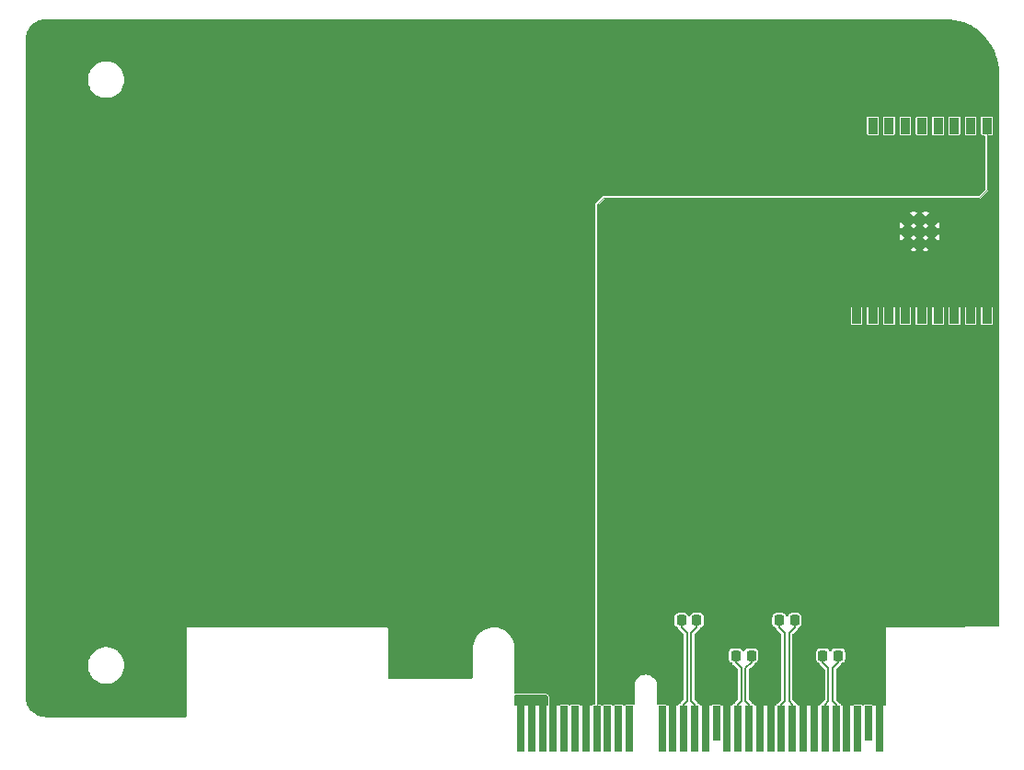
<source format=gbr>
G04 #@! TF.GenerationSoftware,KiCad,Pcbnew,8.0.4*
G04 #@! TF.CreationDate,2024-08-17T23:21:43-04:00*
G04 #@! TF.ProjectId,PCIexpress_x4_low,50434965-7870-4726-9573-735f78345f6c,rev?*
G04 #@! TF.SameCoordinates,Original*
G04 #@! TF.FileFunction,Copper,L1,Top*
G04 #@! TF.FilePolarity,Positive*
%FSLAX46Y46*%
G04 Gerber Fmt 4.6, Leading zero omitted, Abs format (unit mm)*
G04 Created by KiCad (PCBNEW 8.0.4) date 2024-08-17 23:21:43*
%MOMM*%
%LPD*%
G01*
G04 APERTURE LIST*
G04 Aperture macros list*
%AMRoundRect*
0 Rectangle with rounded corners*
0 $1 Rounding radius*
0 $2 $3 $4 $5 $6 $7 $8 $9 X,Y pos of 4 corners*
0 Add a 4 corners polygon primitive as box body*
4,1,4,$2,$3,$4,$5,$6,$7,$8,$9,$2,$3,0*
0 Add four circle primitives for the rounded corners*
1,1,$1+$1,$2,$3*
1,1,$1+$1,$4,$5*
1,1,$1+$1,$6,$7*
1,1,$1+$1,$8,$9*
0 Add four rect primitives between the rounded corners*
20,1,$1+$1,$2,$3,$4,$5,0*
20,1,$1+$1,$4,$5,$6,$7,0*
20,1,$1+$1,$6,$7,$8,$9,0*
20,1,$1+$1,$8,$9,$2,$3,0*%
G04 Aperture macros list end*
G04 #@! TA.AperFunction,ComponentPad*
%ADD10C,0.400000*%
G04 #@! TD*
G04 #@! TA.AperFunction,SMDPad,CuDef*
%ADD11R,0.700000X0.700000*%
G04 #@! TD*
G04 #@! TA.AperFunction,SMDPad,CuDef*
%ADD12R,0.900000X1.500000*%
G04 #@! TD*
G04 #@! TA.AperFunction,SMDPad,CuDef*
%ADD13RoundRect,0.218750X-0.218750X-0.256250X0.218750X-0.256250X0.218750X0.256250X-0.218750X0.256250X0*%
G04 #@! TD*
G04 #@! TA.AperFunction,SMDPad,CuDef*
%ADD14RoundRect,0.218750X0.218750X0.256250X-0.218750X0.256250X-0.218750X-0.256250X0.218750X-0.256250X0*%
G04 #@! TD*
G04 #@! TA.AperFunction,ConnectorPad*
%ADD15R,0.700000X4.200000*%
G04 #@! TD*
G04 #@! TA.AperFunction,ConnectorPad*
%ADD16R,0.700000X3.200000*%
G04 #@! TD*
G04 #@! TA.AperFunction,ViaPad*
%ADD17C,0.550000*%
G04 #@! TD*
G04 #@! TA.AperFunction,Conductor*
%ADD18C,0.088900*%
G04 #@! TD*
G04 #@! TA.AperFunction,Conductor*
%ADD19C,0.700000*%
G04 #@! TD*
G04 #@! TA.AperFunction,Conductor*
%ADD20C,0.200000*%
G04 #@! TD*
G04 APERTURE END LIST*
D10*
X145725000Y-145385000D03*
X145725000Y-144285000D03*
X146275000Y-145935000D03*
X146275000Y-144835000D03*
X146275000Y-143735000D03*
X146825000Y-145385000D03*
X146825000Y-144285000D03*
X147375000Y-145935000D03*
X147375000Y-144835000D03*
X147375000Y-143735000D03*
X147925000Y-145385000D03*
X147925000Y-144285000D03*
D11*
X145725000Y-145935000D03*
X145725000Y-144835000D03*
X145725000Y-143735000D03*
X146825000Y-145935000D03*
X146825000Y-144835000D03*
X146825000Y-143735000D03*
X147925000Y-145935000D03*
X147925000Y-144835000D03*
X147925000Y-143735000D03*
D12*
X153025000Y-152625000D03*
X151525000Y-152625000D03*
X150025000Y-152625000D03*
X148525000Y-152625000D03*
X147025000Y-152625000D03*
X145525000Y-152625000D03*
X144025000Y-152625000D03*
X142525000Y-152625000D03*
X141025000Y-152625000D03*
X141025000Y-135125000D03*
X142525000Y-135125000D03*
X144025000Y-135125000D03*
X145525000Y-135125000D03*
X147025000Y-135125000D03*
X148525000Y-135125000D03*
X150025000Y-135125000D03*
X151525000Y-135125000D03*
X153025000Y-135125000D03*
D13*
X126337500Y-180625000D03*
X127912500Y-180625000D03*
D14*
X124912500Y-180625000D03*
X123337500Y-180625000D03*
D13*
X135337500Y-180625000D03*
X136912500Y-180625000D03*
D14*
X133912500Y-180625000D03*
X132337500Y-180625000D03*
D13*
X139337500Y-183875000D03*
X140912500Y-183875000D03*
D14*
X137912500Y-183875000D03*
X136337500Y-183875000D03*
X129912500Y-183875000D03*
X128337500Y-183875000D03*
D13*
X131337500Y-183875000D03*
X132912500Y-183875000D03*
D15*
X110125000Y-190625000D03*
X111125000Y-190625000D03*
X112125000Y-190625000D03*
X113125000Y-190625000D03*
X114125000Y-190625000D03*
X115125000Y-190625000D03*
X116125000Y-190625000D03*
X117125000Y-190625000D03*
X118125000Y-190625000D03*
X119125000Y-190625000D03*
X120125000Y-190625000D03*
X123125000Y-190625000D03*
X124125000Y-190625000D03*
X125125000Y-190625000D03*
X126125000Y-190625000D03*
X127125000Y-190625000D03*
D16*
X128125000Y-190125000D03*
D15*
X129125000Y-190625000D03*
X130125000Y-190625000D03*
X131125000Y-190625000D03*
X132125000Y-190625000D03*
X133125000Y-190625000D03*
X134125000Y-190625000D03*
X135125000Y-190625000D03*
X136125000Y-190625000D03*
X137125000Y-190625000D03*
X138125000Y-190625000D03*
X139125000Y-190625000D03*
X140125000Y-190625000D03*
X141125000Y-190625000D03*
D16*
X142125000Y-190125000D03*
D15*
X143125000Y-190625000D03*
D17*
X124125000Y-185500000D03*
X143125000Y-185500000D03*
X135625000Y-185500000D03*
X139625000Y-185500000D03*
X133625000Y-185500000D03*
X129125000Y-185500000D03*
X126625000Y-185500000D03*
X131625000Y-185500000D03*
X137625000Y-185500000D03*
X131625000Y-186500000D03*
X143125000Y-186500000D03*
X135625000Y-186500000D03*
X133625000Y-187500000D03*
X133625000Y-186500000D03*
X129125000Y-187500000D03*
X113125000Y-188000000D03*
X137625000Y-186500000D03*
X126625000Y-186500000D03*
X131625000Y-187500000D03*
X124125000Y-187500000D03*
X124125000Y-186500000D03*
X137625000Y-187500000D03*
X139625000Y-186500000D03*
X135625000Y-187500000D03*
X126625000Y-187500000D03*
X129125000Y-186500000D03*
X139625000Y-187500000D03*
X143125000Y-187500000D03*
X111125000Y-188000000D03*
X112125000Y-188000000D03*
D18*
X117725000Y-141725000D02*
X152325000Y-141725000D01*
X117125000Y-190625000D02*
X117125000Y-142325000D01*
X117125000Y-142325000D02*
X117725000Y-141725000D01*
X152325000Y-141725000D02*
X153025000Y-141025000D01*
X153025000Y-141025000D02*
X153025000Y-135125000D01*
D19*
X113125000Y-188125000D02*
X113125000Y-188125000D01*
X113125000Y-190625000D02*
X113125000Y-188000000D01*
D18*
X111125000Y-190625000D02*
X111125000Y-188000000D01*
D20*
X139337500Y-184537500D02*
X139337500Y-183875000D01*
X139125000Y-188375000D02*
X138825000Y-188075000D01*
X138825000Y-188075000D02*
X138825000Y-185050000D01*
X139125000Y-190625000D02*
X139125000Y-188375000D01*
X138825000Y-185050000D02*
X139337500Y-184537500D01*
X138425000Y-185050000D02*
X137912500Y-184537500D01*
X138125000Y-188375000D02*
X138425000Y-188075000D01*
X138125000Y-190625000D02*
X138125000Y-188375000D01*
X137912500Y-184537500D02*
X137912500Y-183875000D01*
X138425000Y-188075000D02*
X138425000Y-185050000D01*
X134825000Y-181800000D02*
X134825000Y-188075000D01*
X135125000Y-188375000D02*
X135125000Y-190625000D01*
X135337500Y-181287500D02*
X134825000Y-181800000D01*
X135337500Y-180625000D02*
X135337500Y-181287500D01*
X134825000Y-188075000D02*
X135125000Y-188375000D01*
X133912500Y-181268750D02*
X134425000Y-181781250D01*
X134425000Y-181781250D02*
X134425000Y-188075000D01*
X134425000Y-188075000D02*
X134125000Y-188375000D01*
X133912500Y-180625000D02*
X133912500Y-181268750D01*
X134125000Y-188375000D02*
X134125000Y-190625000D01*
X130825000Y-185050000D02*
X131337500Y-184537500D01*
X131125000Y-188375000D02*
X130825000Y-188075000D01*
X130825000Y-188075000D02*
X130825000Y-185050000D01*
X131125000Y-190625000D02*
X131125000Y-188375000D01*
X131337500Y-184537500D02*
X131337500Y-183875000D01*
X130425000Y-188075000D02*
X130425000Y-185050000D01*
X130125000Y-188375000D02*
X130425000Y-188075000D01*
X129912500Y-184537500D02*
X129912500Y-183875000D01*
X130425000Y-185050000D02*
X129912500Y-184537500D01*
X130125000Y-190625000D02*
X130125000Y-188375000D01*
X125125000Y-188375000D02*
X125425000Y-188075000D01*
X125125000Y-190625000D02*
X125125000Y-188375000D01*
X125425000Y-181781250D02*
X124912500Y-181268750D01*
X125425000Y-188075000D02*
X125425000Y-181781250D01*
X124912500Y-181268750D02*
X124912500Y-180625000D01*
X126125000Y-188375000D02*
X125825000Y-188075000D01*
X126337500Y-181287500D02*
X126337500Y-180625000D01*
X125825000Y-188075000D02*
X125825000Y-181800000D01*
X126125000Y-190625000D02*
X126125000Y-188375000D01*
X125825000Y-181800000D02*
X126337500Y-181287500D01*
G04 #@! TA.AperFunction,Conductor*
G36*
X112568039Y-187519685D02*
G01*
X112613794Y-187572489D01*
X112625000Y-187624000D01*
X112625000Y-188402000D01*
X112605315Y-188469039D01*
X112552511Y-188514794D01*
X112501000Y-188526000D01*
X109674500Y-188526000D01*
X109607461Y-188506315D01*
X109561706Y-188453511D01*
X109550500Y-188402000D01*
X109550500Y-187624000D01*
X109570185Y-187556961D01*
X109622989Y-187511206D01*
X109674500Y-187500000D01*
X112501000Y-187500000D01*
X112568039Y-187519685D01*
G37*
G04 #@! TD.AperFunction*
G04 #@! TA.AperFunction,Conductor*
G36*
X149227702Y-125300618D02*
G01*
X149241221Y-125301208D01*
X149648810Y-125319003D01*
X149659547Y-125319943D01*
X150074771Y-125374608D01*
X150085397Y-125376481D01*
X150494286Y-125467130D01*
X150504698Y-125469919D01*
X150904132Y-125595861D01*
X150914267Y-125599550D01*
X151301191Y-125759819D01*
X151310982Y-125764385D01*
X151682442Y-125957755D01*
X151691810Y-125963163D01*
X152045014Y-126188179D01*
X152053875Y-126194384D01*
X152386115Y-126449320D01*
X152394402Y-126456274D01*
X152703155Y-126739195D01*
X152710804Y-126746844D01*
X152993725Y-127055597D01*
X153000679Y-127063884D01*
X153255615Y-127396124D01*
X153261820Y-127404985D01*
X153486836Y-127758189D01*
X153492244Y-127767557D01*
X153685611Y-128139010D01*
X153690183Y-128148814D01*
X153850443Y-128535717D01*
X153854142Y-128545880D01*
X153926553Y-128775538D01*
X153980074Y-128945282D01*
X153982874Y-128955732D01*
X154073515Y-129364589D01*
X154075393Y-129375242D01*
X154130054Y-129790432D01*
X154130997Y-129801208D01*
X154147661Y-130182891D01*
X154149382Y-130222297D01*
X154149500Y-130227706D01*
X154149500Y-134799138D01*
X154129815Y-134866177D01*
X154125000Y-134872152D01*
X154125000Y-152884825D01*
X154146666Y-152924504D01*
X154149500Y-152950862D01*
X154149500Y-181058550D01*
X154129815Y-181125589D01*
X154077011Y-181171344D01*
X154027850Y-181182528D01*
X147858775Y-181299478D01*
X147856425Y-181299500D01*
X143759982Y-181299500D01*
X143732231Y-181310995D01*
X143710995Y-181332231D01*
X143710994Y-181332232D01*
X143710994Y-181332233D01*
X143701139Y-181356025D01*
X143699500Y-181359982D01*
X143699500Y-188401000D01*
X143679815Y-188468039D01*
X143627011Y-188513794D01*
X143575500Y-188525000D01*
X142648799Y-188525000D01*
X142581760Y-188505315D01*
X142545698Y-188469893D01*
X142539452Y-188460545D01*
X142509882Y-188440787D01*
X142509877Y-188440786D01*
X142483803Y-188435600D01*
X142483802Y-188435600D01*
X141766198Y-188435600D01*
X141766189Y-188435601D01*
X141740119Y-188440786D01*
X141700393Y-188467332D01*
X141699310Y-188465712D01*
X141651358Y-188491897D01*
X141581666Y-188486913D01*
X141550085Y-188466616D01*
X141549608Y-188467332D01*
X141509882Y-188440787D01*
X141509877Y-188440786D01*
X141483803Y-188435600D01*
X141483802Y-188435600D01*
X140766198Y-188435600D01*
X140766189Y-188435601D01*
X140740119Y-188440786D01*
X140710547Y-188460546D01*
X140704302Y-188469893D01*
X140650689Y-188514697D01*
X140601201Y-188525000D01*
X139779126Y-188525000D01*
X139712087Y-188505315D01*
X139666332Y-188452511D01*
X139664566Y-188448456D01*
X139663867Y-188446768D01*
X139619552Y-188380447D01*
X139553230Y-188336132D01*
X139491198Y-188323793D01*
X139429287Y-188291408D01*
X139408003Y-188264175D01*
X139365464Y-188190495D01*
X139365458Y-188190487D01*
X139161819Y-187986848D01*
X139128334Y-187925525D01*
X139125500Y-187899167D01*
X139125500Y-185225833D01*
X139145185Y-185158794D01*
X139161819Y-185138152D01*
X139286487Y-185013484D01*
X139577960Y-184722011D01*
X139617521Y-184653489D01*
X139628965Y-184610778D01*
X139665329Y-184551121D01*
X139692437Y-184532394D01*
X139805751Y-184474658D01*
X139899658Y-184380751D01*
X139959951Y-184262420D01*
X139959951Y-184262418D01*
X139959952Y-184262417D01*
X139975500Y-184164251D01*
X139975500Y-183585748D01*
X139959952Y-183487582D01*
X139939515Y-183447473D01*
X139899658Y-183369249D01*
X139899654Y-183369245D01*
X139899653Y-183369243D01*
X139805756Y-183275346D01*
X139805753Y-183275344D01*
X139805751Y-183275342D01*
X139687420Y-183215049D01*
X139687419Y-183215048D01*
X139687416Y-183215047D01*
X139687417Y-183215047D01*
X139589251Y-183199500D01*
X139589246Y-183199500D01*
X139085754Y-183199500D01*
X139085749Y-183199500D01*
X138987582Y-183215047D01*
X138918004Y-183250500D01*
X138869249Y-183275342D01*
X138869248Y-183275343D01*
X138869243Y-183275346D01*
X138775346Y-183369243D01*
X138775343Y-183369248D01*
X138775342Y-183369249D01*
X138735485Y-183447473D01*
X138687510Y-183498269D01*
X138619689Y-183515064D01*
X138553554Y-183492526D01*
X138514515Y-183447473D01*
X138474658Y-183369249D01*
X138474654Y-183369245D01*
X138474653Y-183369243D01*
X138380756Y-183275346D01*
X138380753Y-183275344D01*
X138380751Y-183275342D01*
X138262420Y-183215049D01*
X138262419Y-183215048D01*
X138262416Y-183215047D01*
X138262417Y-183215047D01*
X138164251Y-183199500D01*
X138164246Y-183199500D01*
X137660754Y-183199500D01*
X137660749Y-183199500D01*
X137562582Y-183215047D01*
X137493004Y-183250500D01*
X137444249Y-183275342D01*
X137444248Y-183275343D01*
X137444243Y-183275346D01*
X137350346Y-183369243D01*
X137350343Y-183369248D01*
X137290047Y-183487582D01*
X137274500Y-183585748D01*
X137274500Y-184164251D01*
X137290047Y-184262417D01*
X137298886Y-184279764D01*
X137350342Y-184380751D01*
X137350344Y-184380753D01*
X137350346Y-184380756D01*
X137444243Y-184474653D01*
X137444245Y-184474654D01*
X137444249Y-184474658D01*
X137557556Y-184532391D01*
X137608351Y-184580365D01*
X137621034Y-184610779D01*
X137632478Y-184653486D01*
X137632482Y-184653495D01*
X137672035Y-184722004D01*
X137672041Y-184722012D01*
X138088181Y-185138152D01*
X138121666Y-185199475D01*
X138124500Y-185225833D01*
X138124500Y-187899167D01*
X138104815Y-187966206D01*
X138088181Y-187986848D01*
X137884541Y-188190487D01*
X137884537Y-188190492D01*
X137841996Y-188264176D01*
X137791429Y-188312392D01*
X137758801Y-188323793D01*
X137696770Y-188336132D01*
X137696769Y-188336132D01*
X137630447Y-188380447D01*
X137586132Y-188446768D01*
X137585434Y-188448456D01*
X137582926Y-188451567D01*
X137579348Y-188456923D01*
X137578868Y-188456602D01*
X137541591Y-188502858D01*
X137475296Y-188524921D01*
X137470874Y-188525000D01*
X135779126Y-188525000D01*
X135712087Y-188505315D01*
X135666332Y-188452511D01*
X135664566Y-188448456D01*
X135663867Y-188446768D01*
X135619552Y-188380447D01*
X135553230Y-188336132D01*
X135491198Y-188323793D01*
X135429287Y-188291408D01*
X135408003Y-188264175D01*
X135365464Y-188190495D01*
X135365458Y-188190487D01*
X135161819Y-187986848D01*
X135128334Y-187925525D01*
X135125500Y-187899167D01*
X135125500Y-181975833D01*
X135145185Y-181908794D01*
X135161819Y-181888152D01*
X135327655Y-181722316D01*
X135577960Y-181472011D01*
X135578622Y-181470863D01*
X135597015Y-181439008D01*
X135597015Y-181439006D01*
X135609277Y-181417767D01*
X135617521Y-181403489D01*
X135628964Y-181360780D01*
X135665329Y-181301121D01*
X135692437Y-181282394D01*
X135805751Y-181224658D01*
X135899658Y-181130751D01*
X135959951Y-181012420D01*
X135959951Y-181012418D01*
X135959952Y-181012417D01*
X135975500Y-180914251D01*
X135975500Y-180335748D01*
X135959952Y-180237582D01*
X135939515Y-180197473D01*
X135899658Y-180119249D01*
X135899654Y-180119245D01*
X135899653Y-180119243D01*
X135805756Y-180025346D01*
X135805753Y-180025344D01*
X135805751Y-180025342D01*
X135687420Y-179965049D01*
X135687419Y-179965048D01*
X135687416Y-179965047D01*
X135687417Y-179965047D01*
X135589251Y-179949500D01*
X135589246Y-179949500D01*
X135085754Y-179949500D01*
X135085749Y-179949500D01*
X134987582Y-179965047D01*
X134908692Y-180005244D01*
X134869249Y-180025342D01*
X134869248Y-180025343D01*
X134869243Y-180025346D01*
X134775346Y-180119243D01*
X134775343Y-180119248D01*
X134735485Y-180197473D01*
X134687510Y-180248269D01*
X134619689Y-180265064D01*
X134553554Y-180242526D01*
X134514515Y-180197473D01*
X134474658Y-180119249D01*
X134474654Y-180119245D01*
X134474653Y-180119243D01*
X134380756Y-180025346D01*
X134380753Y-180025344D01*
X134380751Y-180025342D01*
X134262420Y-179965049D01*
X134262419Y-179965048D01*
X134262416Y-179965047D01*
X134262417Y-179965047D01*
X134164251Y-179949500D01*
X134164246Y-179949500D01*
X133660754Y-179949500D01*
X133660749Y-179949500D01*
X133562582Y-179965047D01*
X133483692Y-180005244D01*
X133444249Y-180025342D01*
X133444248Y-180025343D01*
X133444243Y-180025346D01*
X133350346Y-180119243D01*
X133350343Y-180119248D01*
X133290047Y-180237582D01*
X133274500Y-180335748D01*
X133274500Y-180914251D01*
X133290047Y-181012417D01*
X133290049Y-181012420D01*
X133350342Y-181130751D01*
X133350344Y-181130753D01*
X133350346Y-181130756D01*
X133444243Y-181224653D01*
X133444246Y-181224655D01*
X133444249Y-181224658D01*
X133562580Y-181284951D01*
X133562582Y-181284951D01*
X133563373Y-181285354D01*
X133614170Y-181333328D01*
X133626852Y-181363741D01*
X133632479Y-181384739D01*
X133651548Y-181417767D01*
X133651548Y-181417769D01*
X133672035Y-181453254D01*
X133672041Y-181453262D01*
X134088181Y-181869402D01*
X134121666Y-181930725D01*
X134124500Y-181957083D01*
X134124500Y-187899167D01*
X134104815Y-187966206D01*
X134088181Y-187986848D01*
X133884541Y-188190487D01*
X133884537Y-188190492D01*
X133841996Y-188264176D01*
X133791429Y-188312392D01*
X133758801Y-188323793D01*
X133696770Y-188336132D01*
X133696769Y-188336132D01*
X133630447Y-188380447D01*
X133586132Y-188446768D01*
X133585434Y-188448456D01*
X133582926Y-188451567D01*
X133579348Y-188456923D01*
X133578868Y-188456602D01*
X133541591Y-188502858D01*
X133475296Y-188524921D01*
X133470874Y-188525000D01*
X131779126Y-188525000D01*
X131712087Y-188505315D01*
X131666332Y-188452511D01*
X131664566Y-188448456D01*
X131663867Y-188446768D01*
X131619552Y-188380447D01*
X131553230Y-188336132D01*
X131491198Y-188323793D01*
X131429287Y-188291408D01*
X131408003Y-188264175D01*
X131365464Y-188190495D01*
X131365458Y-188190487D01*
X131161819Y-187986848D01*
X131128334Y-187925525D01*
X131125500Y-187899167D01*
X131125500Y-185225833D01*
X131145185Y-185158794D01*
X131161819Y-185138152D01*
X131286487Y-185013484D01*
X131577960Y-184722011D01*
X131617521Y-184653489D01*
X131628965Y-184610778D01*
X131665329Y-184551121D01*
X131692437Y-184532394D01*
X131805751Y-184474658D01*
X131899658Y-184380751D01*
X131959951Y-184262420D01*
X131959951Y-184262418D01*
X131959952Y-184262417D01*
X131975500Y-184164251D01*
X131975500Y-183585748D01*
X131959952Y-183487582D01*
X131939515Y-183447473D01*
X131899658Y-183369249D01*
X131899654Y-183369245D01*
X131899653Y-183369243D01*
X131805756Y-183275346D01*
X131805753Y-183275344D01*
X131805751Y-183275342D01*
X131687420Y-183215049D01*
X131687419Y-183215048D01*
X131687416Y-183215047D01*
X131687417Y-183215047D01*
X131589251Y-183199500D01*
X131589246Y-183199500D01*
X131085754Y-183199500D01*
X131085749Y-183199500D01*
X130987582Y-183215047D01*
X130918004Y-183250500D01*
X130869249Y-183275342D01*
X130869248Y-183275343D01*
X130869243Y-183275346D01*
X130775346Y-183369243D01*
X130775343Y-183369248D01*
X130775342Y-183369249D01*
X130735485Y-183447473D01*
X130687510Y-183498269D01*
X130619689Y-183515064D01*
X130553554Y-183492526D01*
X130514515Y-183447473D01*
X130474658Y-183369249D01*
X130474654Y-183369245D01*
X130474653Y-183369243D01*
X130380756Y-183275346D01*
X130380753Y-183275344D01*
X130380751Y-183275342D01*
X130262420Y-183215049D01*
X130262419Y-183215048D01*
X130262416Y-183215047D01*
X130262417Y-183215047D01*
X130164251Y-183199500D01*
X130164246Y-183199500D01*
X129660754Y-183199500D01*
X129660749Y-183199500D01*
X129562582Y-183215047D01*
X129493004Y-183250500D01*
X129444249Y-183275342D01*
X129444248Y-183275343D01*
X129444243Y-183275346D01*
X129350346Y-183369243D01*
X129350343Y-183369248D01*
X129290047Y-183487582D01*
X129274500Y-183585748D01*
X129274500Y-184164251D01*
X129290047Y-184262417D01*
X129298886Y-184279764D01*
X129350342Y-184380751D01*
X129350344Y-184380753D01*
X129350346Y-184380756D01*
X129444243Y-184474653D01*
X129444245Y-184474654D01*
X129444249Y-184474658D01*
X129557556Y-184532391D01*
X129608351Y-184580365D01*
X129621034Y-184610779D01*
X129632478Y-184653486D01*
X129632482Y-184653495D01*
X129672035Y-184722004D01*
X129672041Y-184722012D01*
X130088181Y-185138152D01*
X130121666Y-185199475D01*
X130124500Y-185225833D01*
X130124500Y-187899167D01*
X130104815Y-187966206D01*
X130088181Y-187986848D01*
X129884541Y-188190487D01*
X129884537Y-188190492D01*
X129841996Y-188264176D01*
X129791429Y-188312392D01*
X129758801Y-188323793D01*
X129696770Y-188336132D01*
X129696769Y-188336132D01*
X129630447Y-188380447D01*
X129586132Y-188446768D01*
X129585434Y-188448456D01*
X129582926Y-188451567D01*
X129579348Y-188456923D01*
X129578868Y-188456602D01*
X129541591Y-188502858D01*
X129475296Y-188524921D01*
X129470874Y-188525000D01*
X128648799Y-188525000D01*
X128581760Y-188505315D01*
X128545698Y-188469893D01*
X128539452Y-188460545D01*
X128509882Y-188440787D01*
X128509877Y-188440786D01*
X128483803Y-188435600D01*
X128483802Y-188435600D01*
X127766198Y-188435600D01*
X127766189Y-188435601D01*
X127740119Y-188440786D01*
X127710547Y-188460546D01*
X127704302Y-188469893D01*
X127650689Y-188514697D01*
X127601201Y-188525000D01*
X126779126Y-188525000D01*
X126712087Y-188505315D01*
X126666332Y-188452511D01*
X126664566Y-188448456D01*
X126663867Y-188446768D01*
X126619552Y-188380447D01*
X126553230Y-188336132D01*
X126491198Y-188323793D01*
X126429287Y-188291408D01*
X126408003Y-188264175D01*
X126365464Y-188190495D01*
X126365458Y-188190487D01*
X126161819Y-187986848D01*
X126128334Y-187925525D01*
X126125500Y-187899167D01*
X126125500Y-181975833D01*
X126145185Y-181908794D01*
X126161819Y-181888152D01*
X126327655Y-181722316D01*
X126577960Y-181472011D01*
X126578622Y-181470863D01*
X126597015Y-181439008D01*
X126597015Y-181439006D01*
X126609277Y-181417767D01*
X126617521Y-181403489D01*
X126628964Y-181360780D01*
X126665329Y-181301121D01*
X126692437Y-181282394D01*
X126805751Y-181224658D01*
X126899658Y-181130751D01*
X126959951Y-181012420D01*
X126959951Y-181012418D01*
X126959952Y-181012417D01*
X126975500Y-180914251D01*
X126975500Y-180335748D01*
X126959952Y-180237582D01*
X126939515Y-180197473D01*
X126899658Y-180119249D01*
X126899654Y-180119245D01*
X126899653Y-180119243D01*
X126805756Y-180025346D01*
X126805753Y-180025344D01*
X126805751Y-180025342D01*
X126687420Y-179965049D01*
X126687419Y-179965048D01*
X126687416Y-179965047D01*
X126687417Y-179965047D01*
X126589251Y-179949500D01*
X126589246Y-179949500D01*
X126085754Y-179949500D01*
X126085749Y-179949500D01*
X125987582Y-179965047D01*
X125908692Y-180005244D01*
X125869249Y-180025342D01*
X125869248Y-180025343D01*
X125869243Y-180025346D01*
X125775346Y-180119243D01*
X125775343Y-180119248D01*
X125735485Y-180197473D01*
X125687510Y-180248269D01*
X125619689Y-180265064D01*
X125553554Y-180242526D01*
X125514515Y-180197473D01*
X125474658Y-180119249D01*
X125474654Y-180119245D01*
X125474653Y-180119243D01*
X125380756Y-180025346D01*
X125380753Y-180025344D01*
X125380751Y-180025342D01*
X125262420Y-179965049D01*
X125262419Y-179965048D01*
X125262416Y-179965047D01*
X125262417Y-179965047D01*
X125164251Y-179949500D01*
X125164246Y-179949500D01*
X124660754Y-179949500D01*
X124660749Y-179949500D01*
X124562582Y-179965047D01*
X124483692Y-180005244D01*
X124444249Y-180025342D01*
X124444248Y-180025343D01*
X124444243Y-180025346D01*
X124350346Y-180119243D01*
X124350343Y-180119248D01*
X124290047Y-180237582D01*
X124274500Y-180335748D01*
X124274500Y-180914251D01*
X124290047Y-181012417D01*
X124290049Y-181012420D01*
X124350342Y-181130751D01*
X124350344Y-181130753D01*
X124350346Y-181130756D01*
X124444243Y-181224653D01*
X124444246Y-181224655D01*
X124444249Y-181224658D01*
X124562580Y-181284951D01*
X124562582Y-181284951D01*
X124563373Y-181285354D01*
X124614170Y-181333328D01*
X124626852Y-181363741D01*
X124632479Y-181384739D01*
X124651548Y-181417767D01*
X124651548Y-181417769D01*
X124672035Y-181453254D01*
X124672041Y-181453262D01*
X125088181Y-181869402D01*
X125121666Y-181930725D01*
X125124500Y-181957083D01*
X125124500Y-187899167D01*
X125104815Y-187966206D01*
X125088181Y-187986848D01*
X124884541Y-188190487D01*
X124884537Y-188190492D01*
X124841996Y-188264176D01*
X124791429Y-188312392D01*
X124758801Y-188323793D01*
X124696770Y-188336132D01*
X124696769Y-188336132D01*
X124630447Y-188380447D01*
X124586132Y-188446768D01*
X124585434Y-188448456D01*
X124582926Y-188451567D01*
X124579348Y-188456923D01*
X124578868Y-188456602D01*
X124541591Y-188502858D01*
X124475296Y-188524921D01*
X124470874Y-188525000D01*
X123648799Y-188525000D01*
X123581760Y-188505315D01*
X123545698Y-188469893D01*
X123539452Y-188460545D01*
X123509882Y-188440787D01*
X123509877Y-188440786D01*
X123483803Y-188435600D01*
X123483802Y-188435600D01*
X122774500Y-188435600D01*
X122707461Y-188415915D01*
X122661706Y-188363111D01*
X122650500Y-188311600D01*
X122650500Y-186579975D01*
X122636371Y-186504394D01*
X122615577Y-186393156D01*
X122546922Y-186215937D01*
X122446872Y-186054351D01*
X122318834Y-185913900D01*
X122167169Y-185799367D01*
X122010767Y-185721488D01*
X121997041Y-185714653D01*
X121997042Y-185714653D01*
X121892142Y-185684807D01*
X121814242Y-185662643D01*
X121814239Y-185662642D01*
X121814241Y-185662642D01*
X121625001Y-185645107D01*
X121624999Y-185645107D01*
X121435760Y-185662642D01*
X121252957Y-185714653D01*
X121082830Y-185799367D01*
X120931164Y-185913901D01*
X120803129Y-186054349D01*
X120703077Y-186215938D01*
X120703075Y-186215942D01*
X120655383Y-186339052D01*
X120634423Y-186393156D01*
X120623704Y-186450500D01*
X120599500Y-186579975D01*
X120599500Y-188311600D01*
X120579815Y-188378639D01*
X120527011Y-188424394D01*
X120475500Y-188435600D01*
X119766198Y-188435600D01*
X119766189Y-188435601D01*
X119740119Y-188440786D01*
X119700393Y-188467332D01*
X119699310Y-188465712D01*
X119651358Y-188491897D01*
X119581666Y-188486913D01*
X119550085Y-188466616D01*
X119549608Y-188467332D01*
X119509882Y-188440787D01*
X119509877Y-188440786D01*
X119483803Y-188435600D01*
X119483802Y-188435600D01*
X118766198Y-188435600D01*
X118766189Y-188435601D01*
X118740119Y-188440786D01*
X118700393Y-188467332D01*
X118699310Y-188465712D01*
X118651358Y-188491897D01*
X118581666Y-188486913D01*
X118550085Y-188466616D01*
X118549608Y-188467332D01*
X118509882Y-188440787D01*
X118509877Y-188440786D01*
X118483803Y-188435600D01*
X118483802Y-188435600D01*
X117766198Y-188435600D01*
X117766189Y-188435601D01*
X117740119Y-188440786D01*
X117700393Y-188467332D01*
X117699310Y-188465712D01*
X117651358Y-188491897D01*
X117581666Y-188486913D01*
X117550085Y-188466616D01*
X117549608Y-188467332D01*
X117509882Y-188440787D01*
X117509877Y-188440786D01*
X117483803Y-188435600D01*
X117483802Y-188435600D01*
X117382850Y-188435600D01*
X117315811Y-188415915D01*
X117270056Y-188363111D01*
X117258850Y-188311600D01*
X117258850Y-151866198D01*
X140485600Y-151866198D01*
X140485600Y-153383801D01*
X140485601Y-153383810D01*
X140490786Y-153409880D01*
X140510547Y-153439454D01*
X140532750Y-153454289D01*
X140540118Y-153459213D01*
X140566197Y-153464400D01*
X141483802Y-153464399D01*
X141483803Y-153464398D01*
X141483810Y-153464398D01*
X141499391Y-153461299D01*
X141509882Y-153459213D01*
X141539453Y-153439453D01*
X141559213Y-153409882D01*
X141564400Y-153383803D01*
X141564399Y-151866198D01*
X141985600Y-151866198D01*
X141985600Y-153383801D01*
X141985601Y-153383810D01*
X141990786Y-153409880D01*
X142010547Y-153439454D01*
X142032750Y-153454289D01*
X142040118Y-153459213D01*
X142066197Y-153464400D01*
X142983802Y-153464399D01*
X142983803Y-153464398D01*
X142983810Y-153464398D01*
X142999391Y-153461299D01*
X143009882Y-153459213D01*
X143039453Y-153439453D01*
X143059213Y-153409882D01*
X143064400Y-153383803D01*
X143064399Y-151866198D01*
X143485600Y-151866198D01*
X143485600Y-153383801D01*
X143485601Y-153383810D01*
X143490786Y-153409880D01*
X143510547Y-153439454D01*
X143532750Y-153454289D01*
X143540118Y-153459213D01*
X143566197Y-153464400D01*
X144483802Y-153464399D01*
X144483803Y-153464398D01*
X144483810Y-153464398D01*
X144499391Y-153461299D01*
X144509882Y-153459213D01*
X144539453Y-153439453D01*
X144559213Y-153409882D01*
X144564400Y-153383803D01*
X144564399Y-151866198D01*
X144985600Y-151866198D01*
X144985600Y-153383801D01*
X144985601Y-153383810D01*
X144990786Y-153409880D01*
X145010547Y-153439454D01*
X145032750Y-153454289D01*
X145040118Y-153459213D01*
X145066197Y-153464400D01*
X145983802Y-153464399D01*
X145983803Y-153464398D01*
X145983810Y-153464398D01*
X145999391Y-153461299D01*
X146009882Y-153459213D01*
X146039453Y-153439453D01*
X146059213Y-153409882D01*
X146064400Y-153383803D01*
X146064399Y-151866198D01*
X146485600Y-151866198D01*
X146485600Y-153383801D01*
X146485601Y-153383810D01*
X146490786Y-153409880D01*
X146510547Y-153439454D01*
X146532750Y-153454289D01*
X146540118Y-153459213D01*
X146566197Y-153464400D01*
X147483802Y-153464399D01*
X147483803Y-153464398D01*
X147483810Y-153464398D01*
X147499391Y-153461299D01*
X147509882Y-153459213D01*
X147539453Y-153439453D01*
X147559213Y-153409882D01*
X147564400Y-153383803D01*
X147564399Y-151866198D01*
X147985600Y-151866198D01*
X147985600Y-153383801D01*
X147985601Y-153383810D01*
X147990786Y-153409880D01*
X148010547Y-153439454D01*
X148032750Y-153454289D01*
X148040118Y-153459213D01*
X148066197Y-153464400D01*
X148983802Y-153464399D01*
X148983803Y-153464398D01*
X148983810Y-153464398D01*
X148999391Y-153461299D01*
X149009882Y-153459213D01*
X149039453Y-153439453D01*
X149059213Y-153409882D01*
X149064400Y-153383803D01*
X149064399Y-151866198D01*
X149485600Y-151866198D01*
X149485600Y-153383801D01*
X149485601Y-153383810D01*
X149490786Y-153409880D01*
X149510547Y-153439454D01*
X149532750Y-153454289D01*
X149540118Y-153459213D01*
X149566197Y-153464400D01*
X150483802Y-153464399D01*
X150483803Y-153464398D01*
X150483810Y-153464398D01*
X150499391Y-153461299D01*
X150509882Y-153459213D01*
X150539453Y-153439453D01*
X150559213Y-153409882D01*
X150564400Y-153383803D01*
X150564399Y-151866198D01*
X150985600Y-151866198D01*
X150985600Y-153383801D01*
X150985601Y-153383810D01*
X150990786Y-153409880D01*
X151010547Y-153439454D01*
X151032750Y-153454289D01*
X151040118Y-153459213D01*
X151066197Y-153464400D01*
X151983802Y-153464399D01*
X151983803Y-153464398D01*
X151983810Y-153464398D01*
X151999391Y-153461299D01*
X152009882Y-153459213D01*
X152039453Y-153439453D01*
X152059213Y-153409882D01*
X152064400Y-153383803D01*
X152064399Y-151866198D01*
X152485600Y-151866198D01*
X152485600Y-153383801D01*
X152485601Y-153383810D01*
X152490786Y-153409880D01*
X152510547Y-153439454D01*
X152532750Y-153454289D01*
X152540118Y-153459213D01*
X152566197Y-153464400D01*
X153483802Y-153464399D01*
X153483803Y-153464398D01*
X153483810Y-153464398D01*
X153499391Y-153461299D01*
X153509882Y-153459213D01*
X153539453Y-153439453D01*
X153559213Y-153409882D01*
X153564400Y-153383803D01*
X153564399Y-151866198D01*
X153564399Y-151866197D01*
X153564398Y-151866189D01*
X153559213Y-151840119D01*
X153559213Y-151840118D01*
X153539453Y-151810547D01*
X153539452Y-151810545D01*
X153509882Y-151790787D01*
X153509877Y-151790786D01*
X153483803Y-151785600D01*
X153483801Y-151785600D01*
X152566198Y-151785600D01*
X152566189Y-151785601D01*
X152540119Y-151790786D01*
X152510545Y-151810547D01*
X152490787Y-151840117D01*
X152485600Y-151866198D01*
X152064399Y-151866198D01*
X152064399Y-151866197D01*
X152064398Y-151866189D01*
X152059213Y-151840119D01*
X152059213Y-151840118D01*
X152039453Y-151810547D01*
X152039452Y-151810545D01*
X152009882Y-151790787D01*
X152009877Y-151790786D01*
X151983803Y-151785600D01*
X151983801Y-151785600D01*
X151066198Y-151785600D01*
X151066189Y-151785601D01*
X151040119Y-151790786D01*
X151010545Y-151810547D01*
X150990787Y-151840117D01*
X150985600Y-151866198D01*
X150564399Y-151866198D01*
X150564399Y-151866197D01*
X150564398Y-151866189D01*
X150559213Y-151840119D01*
X150559213Y-151840118D01*
X150539453Y-151810547D01*
X150539452Y-151810545D01*
X150509882Y-151790787D01*
X150509877Y-151790786D01*
X150483803Y-151785600D01*
X150483801Y-151785600D01*
X149566198Y-151785600D01*
X149566189Y-151785601D01*
X149540119Y-151790786D01*
X149510545Y-151810547D01*
X149490787Y-151840117D01*
X149485600Y-151866198D01*
X149064399Y-151866198D01*
X149064399Y-151866197D01*
X149064398Y-151866189D01*
X149059213Y-151840119D01*
X149059213Y-151840118D01*
X149039453Y-151810547D01*
X149039452Y-151810545D01*
X149009882Y-151790787D01*
X149009877Y-151790786D01*
X148983803Y-151785600D01*
X148983801Y-151785600D01*
X148066198Y-151785600D01*
X148066189Y-151785601D01*
X148040119Y-151790786D01*
X148010545Y-151810547D01*
X147990787Y-151840117D01*
X147985600Y-151866198D01*
X147564399Y-151866198D01*
X147564399Y-151866197D01*
X147564398Y-151866189D01*
X147559213Y-151840119D01*
X147559213Y-151840118D01*
X147539453Y-151810547D01*
X147539452Y-151810545D01*
X147509882Y-151790787D01*
X147509877Y-151790786D01*
X147483803Y-151785600D01*
X147483801Y-151785600D01*
X146566198Y-151785600D01*
X146566189Y-151785601D01*
X146540119Y-151790786D01*
X146510545Y-151810547D01*
X146490787Y-151840117D01*
X146485600Y-151866198D01*
X146064399Y-151866198D01*
X146064399Y-151866197D01*
X146064398Y-151866189D01*
X146059213Y-151840119D01*
X146059213Y-151840118D01*
X146039453Y-151810547D01*
X146039452Y-151810545D01*
X146009882Y-151790787D01*
X146009877Y-151790786D01*
X145983803Y-151785600D01*
X145983801Y-151785600D01*
X145066198Y-151785600D01*
X145066189Y-151785601D01*
X145040119Y-151790786D01*
X145010545Y-151810547D01*
X144990787Y-151840117D01*
X144985600Y-151866198D01*
X144564399Y-151866198D01*
X144564399Y-151866197D01*
X144564398Y-151866189D01*
X144559213Y-151840119D01*
X144559213Y-151840118D01*
X144539453Y-151810547D01*
X144539452Y-151810545D01*
X144509882Y-151790787D01*
X144509877Y-151790786D01*
X144483803Y-151785600D01*
X144483801Y-151785600D01*
X143566198Y-151785600D01*
X143566189Y-151785601D01*
X143540119Y-151790786D01*
X143510545Y-151810547D01*
X143490787Y-151840117D01*
X143485600Y-151866198D01*
X143064399Y-151866198D01*
X143064399Y-151866197D01*
X143064398Y-151866189D01*
X143059213Y-151840119D01*
X143059213Y-151840118D01*
X143039453Y-151810547D01*
X143039452Y-151810545D01*
X143009882Y-151790787D01*
X143009877Y-151790786D01*
X142983803Y-151785600D01*
X142983801Y-151785600D01*
X142066198Y-151785600D01*
X142066189Y-151785601D01*
X142040119Y-151790786D01*
X142010545Y-151810547D01*
X141990787Y-151840117D01*
X141985600Y-151866198D01*
X141564399Y-151866198D01*
X141564399Y-151866197D01*
X141564398Y-151866189D01*
X141559213Y-151840119D01*
X141559213Y-151840118D01*
X141539453Y-151810547D01*
X141539452Y-151810545D01*
X141509882Y-151790787D01*
X141509877Y-151790786D01*
X141483803Y-151785600D01*
X141483801Y-151785600D01*
X140566198Y-151785600D01*
X140566189Y-151785601D01*
X140540119Y-151790786D01*
X140510545Y-151810547D01*
X140490787Y-151840117D01*
X140485600Y-151866198D01*
X117258850Y-151866198D01*
X117258850Y-146556726D01*
X145936114Y-146556726D01*
X145936114Y-146556727D01*
X146022094Y-146601853D01*
X146189033Y-146643000D01*
X146360967Y-146643000D01*
X146527903Y-146601854D01*
X146613884Y-146556726D01*
X147036114Y-146556726D01*
X147036114Y-146556727D01*
X147122094Y-146601853D01*
X147289033Y-146643000D01*
X147460967Y-146643000D01*
X147627903Y-146601854D01*
X147713884Y-146556726D01*
X147375001Y-146217843D01*
X147375000Y-146217843D01*
X147036114Y-146556726D01*
X146613884Y-146556726D01*
X146275001Y-146217843D01*
X146275000Y-146217843D01*
X145936114Y-146556726D01*
X117258850Y-146556726D01*
X117258850Y-146006726D01*
X145386114Y-146006726D01*
X145386114Y-146006727D01*
X145472095Y-146051854D01*
X145508201Y-146060753D01*
X145568582Y-146095909D01*
X145594469Y-146137178D01*
X145643493Y-146266440D01*
X145650526Y-146276629D01*
X145992157Y-145935000D01*
X145992157Y-145934999D01*
X145962321Y-145905163D01*
X146125000Y-145905163D01*
X146125000Y-145964837D01*
X146147836Y-146019968D01*
X146190032Y-146062164D01*
X146245163Y-146085000D01*
X146304837Y-146085000D01*
X146359968Y-146062164D01*
X146402164Y-146019968D01*
X146425000Y-145964837D01*
X146425000Y-145935000D01*
X146557843Y-145935000D01*
X146825000Y-146202157D01*
X147092157Y-145935000D01*
X147062320Y-145905163D01*
X147225000Y-145905163D01*
X147225000Y-145964837D01*
X147247836Y-146019968D01*
X147290032Y-146062164D01*
X147345163Y-146085000D01*
X147404837Y-146085000D01*
X147459968Y-146062164D01*
X147502164Y-146019968D01*
X147525000Y-145964837D01*
X147525000Y-145935000D01*
X147657843Y-145935000D01*
X147999472Y-146276629D01*
X147999474Y-146276629D01*
X148006504Y-146266445D01*
X148055529Y-146137179D01*
X148097707Y-146081476D01*
X148141798Y-146060753D01*
X148177902Y-146051854D01*
X148263884Y-146006726D01*
X147925000Y-145667843D01*
X147657843Y-145935000D01*
X147525000Y-145935000D01*
X147525000Y-145905163D01*
X147502164Y-145850032D01*
X147459968Y-145807836D01*
X147404837Y-145785000D01*
X147345163Y-145785000D01*
X147290032Y-145807836D01*
X147247836Y-145850032D01*
X147225000Y-145905163D01*
X147062320Y-145905163D01*
X146825000Y-145667843D01*
X146557843Y-145935000D01*
X146425000Y-145935000D01*
X146425000Y-145905163D01*
X146402164Y-145850032D01*
X146359968Y-145807836D01*
X146304837Y-145785000D01*
X146245163Y-145785000D01*
X146190032Y-145807836D01*
X146147836Y-145850032D01*
X146125000Y-145905163D01*
X145962321Y-145905163D01*
X145725001Y-145667843D01*
X145725000Y-145667843D01*
X145386114Y-146006726D01*
X117258850Y-146006726D01*
X117258850Y-145384999D01*
X145011800Y-145384999D01*
X145011800Y-145385000D01*
X145032523Y-145555679D01*
X145093493Y-145716440D01*
X145100526Y-145726629D01*
X145442157Y-145385000D01*
X145412320Y-145355163D01*
X145575000Y-145355163D01*
X145575000Y-145414837D01*
X145597836Y-145469968D01*
X145640032Y-145512164D01*
X145695163Y-145535000D01*
X145754837Y-145535000D01*
X145809968Y-145512164D01*
X145852164Y-145469968D01*
X145875000Y-145414837D01*
X145875000Y-145385000D01*
X146007843Y-145385000D01*
X146275000Y-145652157D01*
X146542157Y-145385000D01*
X146512320Y-145355163D01*
X146675000Y-145355163D01*
X146675000Y-145414837D01*
X146697836Y-145469968D01*
X146740032Y-145512164D01*
X146795163Y-145535000D01*
X146854837Y-145535000D01*
X146909968Y-145512164D01*
X146952164Y-145469968D01*
X146975000Y-145414837D01*
X146975000Y-145385000D01*
X147107843Y-145385000D01*
X147375000Y-145652157D01*
X147642157Y-145385000D01*
X147612320Y-145355163D01*
X147775000Y-145355163D01*
X147775000Y-145414837D01*
X147797836Y-145469968D01*
X147840032Y-145512164D01*
X147895163Y-145535000D01*
X147954837Y-145535000D01*
X148009968Y-145512164D01*
X148052164Y-145469968D01*
X148075000Y-145414837D01*
X148075000Y-145384999D01*
X148207843Y-145384999D01*
X148207843Y-145385000D01*
X148549472Y-145726629D01*
X148549474Y-145726629D01*
X148556504Y-145716446D01*
X148617476Y-145555679D01*
X148638200Y-145385000D01*
X148638200Y-145384999D01*
X148617475Y-145214319D01*
X148556507Y-145053558D01*
X148549473Y-145043369D01*
X148207843Y-145384999D01*
X148075000Y-145384999D01*
X148075000Y-145355163D01*
X148052164Y-145300032D01*
X148009968Y-145257836D01*
X147954837Y-145235000D01*
X147895163Y-145235000D01*
X147840032Y-145257836D01*
X147797836Y-145300032D01*
X147775000Y-145355163D01*
X147612320Y-145355163D01*
X147375000Y-145117843D01*
X147107843Y-145385000D01*
X146975000Y-145385000D01*
X146975000Y-145355163D01*
X146952164Y-145300032D01*
X146909968Y-145257836D01*
X146854837Y-145235000D01*
X146795163Y-145235000D01*
X146740032Y-145257836D01*
X146697836Y-145300032D01*
X146675000Y-145355163D01*
X146512320Y-145355163D01*
X146275000Y-145117843D01*
X146007843Y-145385000D01*
X145875000Y-145385000D01*
X145875000Y-145355163D01*
X145852164Y-145300032D01*
X145809968Y-145257836D01*
X145754837Y-145235000D01*
X145695163Y-145235000D01*
X145640032Y-145257836D01*
X145597836Y-145300032D01*
X145575000Y-145355163D01*
X145412320Y-145355163D01*
X145100525Y-145043368D01*
X145093492Y-145053559D01*
X145032524Y-145214319D01*
X145011800Y-145384999D01*
X117258850Y-145384999D01*
X117258850Y-144835000D01*
X145457843Y-144835000D01*
X145725000Y-145102157D01*
X145992157Y-144835000D01*
X145962320Y-144805163D01*
X146125000Y-144805163D01*
X146125000Y-144864837D01*
X146147836Y-144919968D01*
X146190032Y-144962164D01*
X146245163Y-144985000D01*
X146304837Y-144985000D01*
X146359968Y-144962164D01*
X146402164Y-144919968D01*
X146425000Y-144864837D01*
X146425000Y-144835000D01*
X146557843Y-144835000D01*
X146825000Y-145102157D01*
X147092157Y-144835000D01*
X147062320Y-144805163D01*
X147225000Y-144805163D01*
X147225000Y-144864837D01*
X147247836Y-144919968D01*
X147290032Y-144962164D01*
X147345163Y-144985000D01*
X147404837Y-144985000D01*
X147459968Y-144962164D01*
X147502164Y-144919968D01*
X147525000Y-144864837D01*
X147525000Y-144835000D01*
X147657843Y-144835000D01*
X147925000Y-145102157D01*
X148192157Y-144835000D01*
X147925000Y-144567843D01*
X147657843Y-144835000D01*
X147525000Y-144835000D01*
X147525000Y-144805163D01*
X147502164Y-144750032D01*
X147459968Y-144707836D01*
X147404837Y-144685000D01*
X147345163Y-144685000D01*
X147290032Y-144707836D01*
X147247836Y-144750032D01*
X147225000Y-144805163D01*
X147062320Y-144805163D01*
X146825000Y-144567843D01*
X146557843Y-144835000D01*
X146425000Y-144835000D01*
X146425000Y-144805163D01*
X146402164Y-144750032D01*
X146359968Y-144707836D01*
X146304837Y-144685000D01*
X146245163Y-144685000D01*
X146190032Y-144707836D01*
X146147836Y-144750032D01*
X146125000Y-144805163D01*
X145962320Y-144805163D01*
X145725000Y-144567843D01*
X145457843Y-144835000D01*
X117258850Y-144835000D01*
X117258850Y-144284999D01*
X145011800Y-144284999D01*
X145011800Y-144285000D01*
X145032523Y-144455679D01*
X145093493Y-144616440D01*
X145100526Y-144626629D01*
X145442157Y-144285000D01*
X145412320Y-144255163D01*
X145575000Y-144255163D01*
X145575000Y-144314837D01*
X145597836Y-144369968D01*
X145640032Y-144412164D01*
X145695163Y-144435000D01*
X145754837Y-144435000D01*
X145809968Y-144412164D01*
X145852164Y-144369968D01*
X145875000Y-144314837D01*
X145875000Y-144285000D01*
X146007843Y-144285000D01*
X146275000Y-144552157D01*
X146542157Y-144285000D01*
X146512320Y-144255163D01*
X146675000Y-144255163D01*
X146675000Y-144314837D01*
X146697836Y-144369968D01*
X146740032Y-144412164D01*
X146795163Y-144435000D01*
X146854837Y-144435000D01*
X146909968Y-144412164D01*
X146952164Y-144369968D01*
X146975000Y-144314837D01*
X146975000Y-144285000D01*
X147107843Y-144285000D01*
X147375000Y-144552157D01*
X147642157Y-144285000D01*
X147612320Y-144255163D01*
X147775000Y-144255163D01*
X147775000Y-144314837D01*
X147797836Y-144369968D01*
X147840032Y-144412164D01*
X147895163Y-144435000D01*
X147954837Y-144435000D01*
X148009968Y-144412164D01*
X148052164Y-144369968D01*
X148075000Y-144314837D01*
X148075000Y-144284999D01*
X148207843Y-144284999D01*
X148207843Y-144285000D01*
X148549472Y-144626629D01*
X148549474Y-144626629D01*
X148556504Y-144616446D01*
X148617476Y-144455679D01*
X148638200Y-144285000D01*
X148638200Y-144284999D01*
X148617475Y-144114319D01*
X148556507Y-143953558D01*
X148549473Y-143943369D01*
X148207843Y-144284999D01*
X148075000Y-144284999D01*
X148075000Y-144255163D01*
X148052164Y-144200032D01*
X148009968Y-144157836D01*
X147954837Y-144135000D01*
X147895163Y-144135000D01*
X147840032Y-144157836D01*
X147797836Y-144200032D01*
X147775000Y-144255163D01*
X147612320Y-144255163D01*
X147375000Y-144017843D01*
X147107843Y-144285000D01*
X146975000Y-144285000D01*
X146975000Y-144255163D01*
X146952164Y-144200032D01*
X146909968Y-144157836D01*
X146854837Y-144135000D01*
X146795163Y-144135000D01*
X146740032Y-144157836D01*
X146697836Y-144200032D01*
X146675000Y-144255163D01*
X146512320Y-144255163D01*
X146275000Y-144017843D01*
X146007843Y-144285000D01*
X145875000Y-144285000D01*
X145875000Y-144255163D01*
X145852164Y-144200032D01*
X145809968Y-144157836D01*
X145754837Y-144135000D01*
X145695163Y-144135000D01*
X145640032Y-144157836D01*
X145597836Y-144200032D01*
X145575000Y-144255163D01*
X145412320Y-144255163D01*
X145100525Y-143943368D01*
X145093492Y-143953559D01*
X145032524Y-144114319D01*
X145011800Y-144284999D01*
X117258850Y-144284999D01*
X117258850Y-143663272D01*
X145386115Y-143663272D01*
X145725000Y-144002157D01*
X145992157Y-143735000D01*
X145962320Y-143705163D01*
X146125000Y-143705163D01*
X146125000Y-143764837D01*
X146147836Y-143819968D01*
X146190032Y-143862164D01*
X146245163Y-143885000D01*
X146304837Y-143885000D01*
X146359968Y-143862164D01*
X146402164Y-143819968D01*
X146425000Y-143764837D01*
X146425000Y-143735000D01*
X146557843Y-143735000D01*
X146825000Y-144002157D01*
X147092157Y-143735000D01*
X147062320Y-143705163D01*
X147225000Y-143705163D01*
X147225000Y-143764837D01*
X147247836Y-143819968D01*
X147290032Y-143862164D01*
X147345163Y-143885000D01*
X147404837Y-143885000D01*
X147459968Y-143862164D01*
X147502164Y-143819968D01*
X147525000Y-143764837D01*
X147525000Y-143734999D01*
X147657843Y-143734999D01*
X147657843Y-143735000D01*
X147925000Y-144002157D01*
X147925001Y-144002157D01*
X148263884Y-143663272D01*
X148177900Y-143618144D01*
X148141793Y-143609244D01*
X148081413Y-143574087D01*
X148055529Y-143532819D01*
X148006506Y-143403558D01*
X147999473Y-143393369D01*
X147657843Y-143734999D01*
X147525000Y-143734999D01*
X147525000Y-143705163D01*
X147502164Y-143650032D01*
X147459968Y-143607836D01*
X147404837Y-143585000D01*
X147345163Y-143585000D01*
X147290032Y-143607836D01*
X147247836Y-143650032D01*
X147225000Y-143705163D01*
X147062320Y-143705163D01*
X146825000Y-143467843D01*
X146557843Y-143735000D01*
X146425000Y-143735000D01*
X146425000Y-143705163D01*
X146402164Y-143650032D01*
X146359968Y-143607836D01*
X146304837Y-143585000D01*
X146245163Y-143585000D01*
X146190032Y-143607836D01*
X146147836Y-143650032D01*
X146125000Y-143705163D01*
X145962320Y-143705163D01*
X145650525Y-143393368D01*
X145643493Y-143403558D01*
X145594470Y-143532820D01*
X145552292Y-143588522D01*
X145508207Y-143609244D01*
X145472098Y-143618145D01*
X145386115Y-143663272D01*
X117258850Y-143663272D01*
X117258850Y-143113272D01*
X145936115Y-143113272D01*
X146275000Y-143452157D01*
X146275001Y-143452157D01*
X146613883Y-143113272D01*
X147036115Y-143113272D01*
X147375000Y-143452157D01*
X147375001Y-143452157D01*
X147713884Y-143113271D01*
X147627902Y-143068145D01*
X147460967Y-143027000D01*
X147289033Y-143027000D01*
X147122097Y-143068145D01*
X147036115Y-143113272D01*
X146613883Y-143113272D01*
X146613884Y-143113271D01*
X146527902Y-143068145D01*
X146360967Y-143027000D01*
X146189033Y-143027000D01*
X146022097Y-143068145D01*
X145936115Y-143113272D01*
X117258850Y-143113272D01*
X117258850Y-142431804D01*
X117278535Y-142364765D01*
X117295169Y-142344123D01*
X117744123Y-141895169D01*
X117805446Y-141861684D01*
X117831804Y-141858850D01*
X152351623Y-141858850D01*
X152351624Y-141858850D01*
X152400820Y-141838472D01*
X153138472Y-141100821D01*
X153144440Y-141086411D01*
X153158850Y-141051624D01*
X153158850Y-136088399D01*
X153178535Y-136021360D01*
X153231339Y-135975605D01*
X153282850Y-135964399D01*
X153483801Y-135964399D01*
X153483802Y-135964399D01*
X153483803Y-135964398D01*
X153483810Y-135964398D01*
X153499391Y-135961299D01*
X153509882Y-135959213D01*
X153539453Y-135939453D01*
X153559213Y-135909882D01*
X153564400Y-135883803D01*
X153564399Y-134366198D01*
X153564399Y-134366197D01*
X153564398Y-134366189D01*
X153559213Y-134340119D01*
X153559213Y-134340118D01*
X153539453Y-134310547D01*
X153539452Y-134310545D01*
X153509882Y-134290787D01*
X153509877Y-134290786D01*
X153483803Y-134285600D01*
X153483801Y-134285600D01*
X152566198Y-134285600D01*
X152566189Y-134285601D01*
X152540119Y-134290786D01*
X152510545Y-134310547D01*
X152490787Y-134340117D01*
X152485600Y-134366198D01*
X152485600Y-135883801D01*
X152485601Y-135883810D01*
X152490786Y-135909880D01*
X152510547Y-135939454D01*
X152532750Y-135954289D01*
X152540118Y-135959213D01*
X152566197Y-135964400D01*
X152767150Y-135964399D01*
X152834189Y-135984083D01*
X152879944Y-136036887D01*
X152891150Y-136088399D01*
X152891150Y-140918195D01*
X152871465Y-140985234D01*
X152854831Y-141005876D01*
X152305877Y-141554831D01*
X152244554Y-141588316D01*
X152218196Y-141591150D01*
X117698375Y-141591150D01*
X117649177Y-141611529D01*
X117049180Y-142211528D01*
X117049179Y-142211529D01*
X117011529Y-142249178D01*
X116991150Y-142298375D01*
X116991150Y-188311600D01*
X116971465Y-188378639D01*
X116918661Y-188424394D01*
X116867151Y-188435600D01*
X116766199Y-188435600D01*
X116766189Y-188435601D01*
X116740119Y-188440786D01*
X116710547Y-188460546D01*
X116704302Y-188469893D01*
X116650689Y-188514697D01*
X116601201Y-188525000D01*
X115648799Y-188525000D01*
X115581760Y-188505315D01*
X115545698Y-188469893D01*
X115539452Y-188460545D01*
X115509882Y-188440787D01*
X115509877Y-188440786D01*
X115483803Y-188435600D01*
X115483802Y-188435600D01*
X114766198Y-188435600D01*
X114766189Y-188435601D01*
X114740119Y-188440786D01*
X114700393Y-188467332D01*
X114699310Y-188465712D01*
X114651358Y-188491897D01*
X114581666Y-188486913D01*
X114550085Y-188466616D01*
X114549608Y-188467332D01*
X114509882Y-188440787D01*
X114509877Y-188440786D01*
X114483803Y-188435600D01*
X114483802Y-188435600D01*
X113766198Y-188435600D01*
X113766189Y-188435601D01*
X113740119Y-188440786D01*
X113710547Y-188460546D01*
X113704302Y-188469893D01*
X113650689Y-188514697D01*
X113601201Y-188525000D01*
X112843400Y-188525000D01*
X112776361Y-188505315D01*
X112730606Y-188452511D01*
X112719400Y-188401000D01*
X112719400Y-187624006D01*
X112719400Y-187624000D01*
X112717242Y-187603933D01*
X112706036Y-187552422D01*
X112685137Y-187510670D01*
X112639382Y-187457866D01*
X112594635Y-187429109D01*
X112527596Y-187409424D01*
X112527589Y-187409422D01*
X112501001Y-187405600D01*
X112501000Y-187405600D01*
X109674500Y-187405600D01*
X109607461Y-187385915D01*
X109561706Y-187333111D01*
X109550500Y-187281600D01*
X109550500Y-183070001D01*
X109534146Y-182951020D01*
X109515097Y-182812428D01*
X109444951Y-182562074D01*
X109444949Y-182562069D01*
X109341373Y-182323610D01*
X109206279Y-182101458D01*
X109062289Y-181924471D01*
X109042199Y-181899777D01*
X108922811Y-181788276D01*
X108852190Y-181722320D01*
X108852187Y-181722317D01*
X108852185Y-181722316D01*
X108639777Y-181572381D01*
X108639778Y-181572381D01*
X108408927Y-181452765D01*
X108163952Y-181365700D01*
X108163950Y-181365699D01*
X107978013Y-181327062D01*
X107909389Y-181312802D01*
X107909387Y-181312801D01*
X107909383Y-181312801D01*
X107650000Y-181295059D01*
X107390616Y-181312801D01*
X107136049Y-181365699D01*
X107136047Y-181365700D01*
X106891072Y-181452765D01*
X106660222Y-181572381D01*
X106608914Y-181608599D01*
X106447815Y-181722316D01*
X106447812Y-181722317D01*
X106447810Y-181722320D01*
X106447809Y-181722320D01*
X106257798Y-181899780D01*
X106093720Y-182101458D01*
X105958626Y-182323610D01*
X105855050Y-182562069D01*
X105784904Y-182812422D01*
X105784903Y-182812428D01*
X105749500Y-183070001D01*
X105749500Y-185876000D01*
X105729815Y-185943039D01*
X105677011Y-185988794D01*
X105625500Y-186000000D01*
X98024500Y-186000000D01*
X97957461Y-185980315D01*
X97911706Y-185927511D01*
X97900500Y-185876000D01*
X97900500Y-181359983D01*
X97900500Y-181359982D01*
X97889006Y-181332233D01*
X97867767Y-181310994D01*
X97840018Y-181299500D01*
X79490018Y-181299500D01*
X79459982Y-181299500D01*
X79432231Y-181310995D01*
X79410995Y-181332231D01*
X79410994Y-181332232D01*
X79410994Y-181332233D01*
X79401139Y-181356025D01*
X79399500Y-181359982D01*
X79399500Y-189425500D01*
X79379815Y-189492539D01*
X79327011Y-189538294D01*
X79275500Y-189549500D01*
X66479067Y-189549500D01*
X66470957Y-189549235D01*
X66231906Y-189533567D01*
X66215825Y-189531449D01*
X65984872Y-189485509D01*
X65969210Y-189481312D01*
X65746220Y-189405617D01*
X65731238Y-189399412D01*
X65520039Y-189295260D01*
X65505993Y-189287150D01*
X65310197Y-189156324D01*
X65297328Y-189146450D01*
X65120283Y-188991185D01*
X65108814Y-188979716D01*
X64953549Y-188802671D01*
X64943675Y-188789802D01*
X64812849Y-188594006D01*
X64804739Y-188579960D01*
X64772555Y-188514697D01*
X64700584Y-188368754D01*
X64694384Y-188353787D01*
X64618683Y-188130779D01*
X64614492Y-188115136D01*
X64568548Y-187884165D01*
X64566433Y-187868102D01*
X64550765Y-187629042D01*
X64550500Y-187620933D01*
X64550500Y-184774995D01*
X70294802Y-184774995D01*
X70294802Y-184775004D01*
X70313567Y-185025419D01*
X70369445Y-185270235D01*
X70369448Y-185270247D01*
X70369450Y-185270252D01*
X70461194Y-185504011D01*
X70461193Y-185504011D01*
X70540796Y-185641885D01*
X70586755Y-185721489D01*
X70691619Y-185852984D01*
X70743331Y-185917829D01*
X70840886Y-186008346D01*
X70927414Y-186088632D01*
X71134901Y-186230094D01*
X71134906Y-186230096D01*
X71134907Y-186230097D01*
X71134908Y-186230098D01*
X71240050Y-186280731D01*
X71361151Y-186339050D01*
X71361152Y-186339050D01*
X71361155Y-186339052D01*
X71601121Y-186413072D01*
X71849439Y-186450500D01*
X71849440Y-186450500D01*
X72100560Y-186450500D01*
X72100561Y-186450500D01*
X72348879Y-186413072D01*
X72588845Y-186339052D01*
X72815099Y-186230094D01*
X73022586Y-186088632D01*
X73165447Y-185956076D01*
X73206668Y-185917829D01*
X73206668Y-185917827D01*
X73206672Y-185917825D01*
X73363245Y-185721489D01*
X73488806Y-185504011D01*
X73580552Y-185270247D01*
X73636432Y-185025421D01*
X73655198Y-184775000D01*
X73654512Y-184765848D01*
X73639559Y-184566315D01*
X73636432Y-184524579D01*
X73580552Y-184279753D01*
X73488806Y-184045989D01*
X73488805Y-184045988D01*
X73488806Y-184045988D01*
X73392349Y-183878921D01*
X73363245Y-183828511D01*
X73206672Y-183632175D01*
X73206671Y-183632174D01*
X73206668Y-183632170D01*
X73022586Y-183461368D01*
X73002206Y-183447473D01*
X72815099Y-183319906D01*
X72815095Y-183319904D01*
X72815092Y-183319902D01*
X72815091Y-183319901D01*
X72588847Y-183210949D01*
X72588849Y-183210949D01*
X72348887Y-183136930D01*
X72348883Y-183136929D01*
X72348879Y-183136928D01*
X72229432Y-183118924D01*
X72100566Y-183099500D01*
X72100561Y-183099500D01*
X71849439Y-183099500D01*
X71849433Y-183099500D01*
X71694792Y-183122809D01*
X71601121Y-183136928D01*
X71601118Y-183136929D01*
X71601112Y-183136930D01*
X71361151Y-183210949D01*
X71134908Y-183319901D01*
X71134907Y-183319902D01*
X70927413Y-183461368D01*
X70743331Y-183632170D01*
X70586755Y-183828511D01*
X70461194Y-184045988D01*
X70369450Y-184279747D01*
X70369445Y-184279764D01*
X70313567Y-184524580D01*
X70294802Y-184774995D01*
X64550500Y-184774995D01*
X64550500Y-134366198D01*
X141985600Y-134366198D01*
X141985600Y-135883801D01*
X141985601Y-135883810D01*
X141990786Y-135909880D01*
X142010547Y-135939454D01*
X142032750Y-135954289D01*
X142040118Y-135959213D01*
X142066197Y-135964400D01*
X142983802Y-135964399D01*
X142983803Y-135964398D01*
X142983810Y-135964398D01*
X142999391Y-135961299D01*
X143009882Y-135959213D01*
X143039453Y-135939453D01*
X143059213Y-135909882D01*
X143064400Y-135883803D01*
X143064399Y-134366198D01*
X143485600Y-134366198D01*
X143485600Y-135883801D01*
X143485601Y-135883810D01*
X143490786Y-135909880D01*
X143510547Y-135939454D01*
X143532750Y-135954289D01*
X143540118Y-135959213D01*
X143566197Y-135964400D01*
X144483802Y-135964399D01*
X144483803Y-135964398D01*
X144483810Y-135964398D01*
X144499391Y-135961299D01*
X144509882Y-135959213D01*
X144539453Y-135939453D01*
X144559213Y-135909882D01*
X144564400Y-135883803D01*
X144564399Y-134366198D01*
X144985600Y-134366198D01*
X144985600Y-135883801D01*
X144985601Y-135883810D01*
X144990786Y-135909880D01*
X145010547Y-135939454D01*
X145032750Y-135954289D01*
X145040118Y-135959213D01*
X145066197Y-135964400D01*
X145983802Y-135964399D01*
X145983803Y-135964398D01*
X145983810Y-135964398D01*
X145999391Y-135961299D01*
X146009882Y-135959213D01*
X146039453Y-135939453D01*
X146059213Y-135909882D01*
X146064400Y-135883803D01*
X146064399Y-134366198D01*
X146485600Y-134366198D01*
X146485600Y-135883801D01*
X146485601Y-135883810D01*
X146490786Y-135909880D01*
X146510547Y-135939454D01*
X146532750Y-135954289D01*
X146540118Y-135959213D01*
X146566197Y-135964400D01*
X147483802Y-135964399D01*
X147483803Y-135964398D01*
X147483810Y-135964398D01*
X147499391Y-135961299D01*
X147509882Y-135959213D01*
X147539453Y-135939453D01*
X147559213Y-135909882D01*
X147564400Y-135883803D01*
X147564399Y-134366198D01*
X147985600Y-134366198D01*
X147985600Y-135883801D01*
X147985601Y-135883810D01*
X147990786Y-135909880D01*
X148010547Y-135939454D01*
X148032750Y-135954289D01*
X148040118Y-135959213D01*
X148066197Y-135964400D01*
X148983802Y-135964399D01*
X148983803Y-135964398D01*
X148983810Y-135964398D01*
X148999391Y-135961299D01*
X149009882Y-135959213D01*
X149039453Y-135939453D01*
X149059213Y-135909882D01*
X149064400Y-135883803D01*
X149064399Y-134366198D01*
X149485600Y-134366198D01*
X149485600Y-135883801D01*
X149485601Y-135883810D01*
X149490786Y-135909880D01*
X149510547Y-135939454D01*
X149532750Y-135954289D01*
X149540118Y-135959213D01*
X149566197Y-135964400D01*
X150483802Y-135964399D01*
X150483803Y-135964398D01*
X150483810Y-135964398D01*
X150499391Y-135961299D01*
X150509882Y-135959213D01*
X150539453Y-135939453D01*
X150559213Y-135909882D01*
X150564400Y-135883803D01*
X150564399Y-134366198D01*
X150985600Y-134366198D01*
X150985600Y-135883801D01*
X150985601Y-135883810D01*
X150990786Y-135909880D01*
X151010547Y-135939454D01*
X151032750Y-135954289D01*
X151040118Y-135959213D01*
X151066197Y-135964400D01*
X151983802Y-135964399D01*
X151983803Y-135964398D01*
X151983810Y-135964398D01*
X151999391Y-135961299D01*
X152009882Y-135959213D01*
X152039453Y-135939453D01*
X152059213Y-135909882D01*
X152064400Y-135883803D01*
X152064399Y-134366198D01*
X152064399Y-134366197D01*
X152064398Y-134366189D01*
X152059213Y-134340119D01*
X152059213Y-134340118D01*
X152039453Y-134310547D01*
X152039452Y-134310545D01*
X152009882Y-134290787D01*
X152009877Y-134290786D01*
X151983803Y-134285600D01*
X151983801Y-134285600D01*
X151066198Y-134285600D01*
X151066189Y-134285601D01*
X151040119Y-134290786D01*
X151010545Y-134310547D01*
X150990787Y-134340117D01*
X150985600Y-134366198D01*
X150564399Y-134366198D01*
X150564399Y-134366197D01*
X150564398Y-134366189D01*
X150559213Y-134340119D01*
X150559213Y-134340118D01*
X150539453Y-134310547D01*
X150539452Y-134310545D01*
X150509882Y-134290787D01*
X150509877Y-134290786D01*
X150483803Y-134285600D01*
X150483801Y-134285600D01*
X149566198Y-134285600D01*
X149566189Y-134285601D01*
X149540119Y-134290786D01*
X149510545Y-134310547D01*
X149490787Y-134340117D01*
X149485600Y-134366198D01*
X149064399Y-134366198D01*
X149064399Y-134366197D01*
X149064398Y-134366189D01*
X149059213Y-134340119D01*
X149059213Y-134340118D01*
X149039453Y-134310547D01*
X149039452Y-134310545D01*
X149009882Y-134290787D01*
X149009877Y-134290786D01*
X148983803Y-134285600D01*
X148983801Y-134285600D01*
X148066198Y-134285600D01*
X148066189Y-134285601D01*
X148040119Y-134290786D01*
X148010545Y-134310547D01*
X147990787Y-134340117D01*
X147985600Y-134366198D01*
X147564399Y-134366198D01*
X147564399Y-134366197D01*
X147564398Y-134366189D01*
X147559213Y-134340119D01*
X147559213Y-134340118D01*
X147539453Y-134310547D01*
X147539452Y-134310545D01*
X147509882Y-134290787D01*
X147509877Y-134290786D01*
X147483803Y-134285600D01*
X147483801Y-134285600D01*
X146566198Y-134285600D01*
X146566189Y-134285601D01*
X146540119Y-134290786D01*
X146510545Y-134310547D01*
X146490787Y-134340117D01*
X146485600Y-134366198D01*
X146064399Y-134366198D01*
X146064399Y-134366197D01*
X146064398Y-134366189D01*
X146059213Y-134340119D01*
X146059213Y-134340118D01*
X146039453Y-134310547D01*
X146039452Y-134310545D01*
X146009882Y-134290787D01*
X146009877Y-134290786D01*
X145983803Y-134285600D01*
X145983801Y-134285600D01*
X145066198Y-134285600D01*
X145066189Y-134285601D01*
X145040119Y-134290786D01*
X145010545Y-134310547D01*
X144990787Y-134340117D01*
X144985600Y-134366198D01*
X144564399Y-134366198D01*
X144564399Y-134366197D01*
X144564398Y-134366189D01*
X144559213Y-134340119D01*
X144559213Y-134340118D01*
X144539453Y-134310547D01*
X144539452Y-134310545D01*
X144509882Y-134290787D01*
X144509877Y-134290786D01*
X144483803Y-134285600D01*
X144483801Y-134285600D01*
X143566198Y-134285600D01*
X143566189Y-134285601D01*
X143540119Y-134290786D01*
X143510545Y-134310547D01*
X143490787Y-134340117D01*
X143485600Y-134366198D01*
X143064399Y-134366198D01*
X143064399Y-134366197D01*
X143064398Y-134366189D01*
X143059213Y-134340119D01*
X143059213Y-134340118D01*
X143039453Y-134310547D01*
X143039452Y-134310545D01*
X143009882Y-134290787D01*
X143009877Y-134290786D01*
X142983803Y-134285600D01*
X142983801Y-134285600D01*
X142066198Y-134285600D01*
X142066189Y-134285601D01*
X142040119Y-134290786D01*
X142010545Y-134310547D01*
X141990787Y-134340117D01*
X141985600Y-134366198D01*
X64550500Y-134366198D01*
X64550500Y-130874995D01*
X70294802Y-130874995D01*
X70294802Y-130875004D01*
X70313567Y-131125419D01*
X70369445Y-131370235D01*
X70369448Y-131370247D01*
X70369450Y-131370252D01*
X70461194Y-131604011D01*
X70461193Y-131604011D01*
X70540796Y-131741885D01*
X70586755Y-131821489D01*
X70691619Y-131952984D01*
X70743331Y-132017829D01*
X70840886Y-132108346D01*
X70927414Y-132188632D01*
X71134901Y-132330094D01*
X71134906Y-132330096D01*
X71134907Y-132330097D01*
X71134908Y-132330098D01*
X71240050Y-132380731D01*
X71361151Y-132439050D01*
X71361152Y-132439050D01*
X71361155Y-132439052D01*
X71601121Y-132513072D01*
X71849439Y-132550500D01*
X71849440Y-132550500D01*
X72100560Y-132550500D01*
X72100561Y-132550500D01*
X72348879Y-132513072D01*
X72588845Y-132439052D01*
X72815099Y-132330094D01*
X73022586Y-132188632D01*
X73206672Y-132017825D01*
X73363245Y-131821489D01*
X73488806Y-131604011D01*
X73580552Y-131370247D01*
X73636432Y-131125421D01*
X73655198Y-130875000D01*
X73636432Y-130624579D01*
X73580552Y-130379753D01*
X73488806Y-130145989D01*
X73488805Y-130145988D01*
X73488806Y-130145988D01*
X73392349Y-129978921D01*
X73363245Y-129928511D01*
X73206672Y-129732175D01*
X73206671Y-129732174D01*
X73206668Y-129732170D01*
X73022586Y-129561368D01*
X72815099Y-129419906D01*
X72815095Y-129419904D01*
X72815092Y-129419902D01*
X72815091Y-129419901D01*
X72588847Y-129310949D01*
X72588849Y-129310949D01*
X72348887Y-129236930D01*
X72348883Y-129236929D01*
X72348879Y-129236928D01*
X72229432Y-129218924D01*
X72100566Y-129199500D01*
X72100561Y-129199500D01*
X71849439Y-129199500D01*
X71849433Y-129199500D01*
X71694792Y-129222809D01*
X71601121Y-129236928D01*
X71601118Y-129236929D01*
X71601112Y-129236930D01*
X71361151Y-129310949D01*
X71134908Y-129419901D01*
X71134907Y-129419902D01*
X70927413Y-129561368D01*
X70743331Y-129732170D01*
X70586755Y-129928511D01*
X70461194Y-130145988D01*
X70369450Y-130379747D01*
X70369445Y-130379764D01*
X70313567Y-130624580D01*
X70294802Y-130874995D01*
X64550500Y-130874995D01*
X64550500Y-127229066D01*
X64550765Y-127220957D01*
X64559416Y-127088965D01*
X64566433Y-126981895D01*
X64568548Y-126965836D01*
X64614493Y-126734859D01*
X64618682Y-126719224D01*
X64694386Y-126496206D01*
X64700581Y-126481251D01*
X64804742Y-126270033D01*
X64812849Y-126255993D01*
X64858161Y-126188179D01*
X64943678Y-126060192D01*
X64953540Y-126047339D01*
X65108819Y-125870277D01*
X65120277Y-125858819D01*
X65297339Y-125703540D01*
X65310192Y-125693678D01*
X65505993Y-125562849D01*
X65520033Y-125554742D01*
X65731251Y-125450581D01*
X65746206Y-125444386D01*
X65969224Y-125368682D01*
X65984859Y-125364493D01*
X66215836Y-125318548D01*
X66231895Y-125316433D01*
X66448904Y-125302210D01*
X66470958Y-125300765D01*
X66479067Y-125300500D01*
X66499531Y-125300500D01*
X149200469Y-125300500D01*
X149222294Y-125300500D01*
X149227702Y-125300618D01*
G37*
G04 #@! TD.AperFunction*
M02*

</source>
